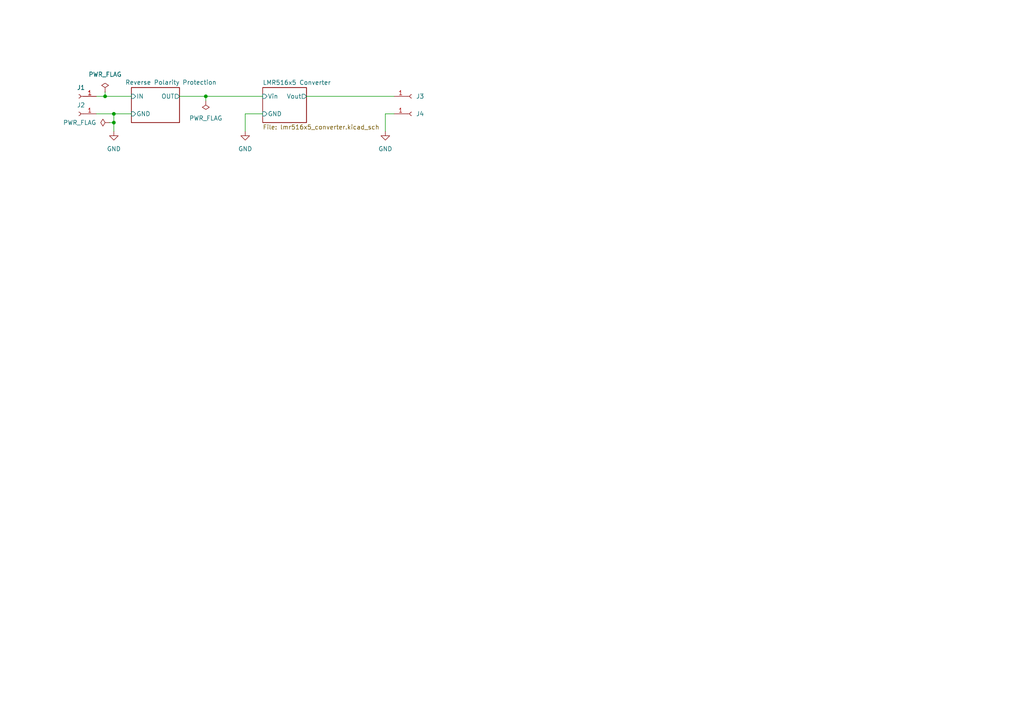
<source format=kicad_sch>
(kicad_sch (version 20231120) (generator "eeschema") (generator_version "8.0")
  (paper "A4")
  (lib_symbols
    (symbol "Connector:Conn_01x01_Socket" (pin_names (offset 1.016) hide)
      (property "Reference" "J" (at 0 2.54 0))
      (property "Value" "Conn_01x01_Socket" (at 0 -2.54 0))
      (symbol "Conn_01x01_Socket_1_1"
        (polyline (pts (xy -1.27 0) (xy -0.508 0)) (stroke (width 0.1524)))
        (arc (start 0 0.508) (mid -0.5058 0) (end 0 -0.508) (stroke (width 0.1524)))
        (pin passive line (at -5.08 0 0) (length 3.81) (name "Pin_1") (number "1"))
      )
    )
    (symbol "power:GND" (power) (pin_numbers hide) (pin_names (offset 0) hide)
      (property "Value" "GND" (at 0 -3.81 0))
      (symbol "GND_0_1"
        (polyline (pts (xy 0 0) (xy 0 -1.27) (xy 1.27 -1.27) (xy 0 -2.54) (xy -1.27 -1.27) (xy 0 -1.27)))
      )
      (symbol "GND_1_1"
        (pin power_in line (at 0 0 270) (length 0) (name "~") (number "1"))
      )
    )
    (symbol "power:PWR_FLAG" (power) (pin_numbers hide) (pin_names (offset 0) hide)
      (property "Value" "PWR_FLAG" (at 0 3.81 0))
      (symbol "PWR_FLAG_0_0"
        (pin power_out line (at 0 0 90) (length 0) (name "~") (number "1"))
      )
      (symbol "PWR_FLAG_0_1"
        (polyline (pts (xy 0 0) (xy 0 1.27) (xy -1.016 1.905) (xy 0 2.54) (xy 1.016 1.905) (xy 0 1.27)))
      )
    )
  )
  (junction (at 30.48 27.94))
  (junction (at 33.02 35.56))
  (junction (at 33.02 33.02))
  (junction (at 59.69 27.94))
  (wire (pts (xy 88.9 27.94) (xy 114.3 27.94)))
  (wire (pts (xy 59.69 27.94) (xy 59.69 29.21)))
  (wire (pts (xy 71.12 33.02) (xy 71.12 38.1)))
  (wire (pts (xy 33.02 33.02) (xy 38.1 33.02)))
  (wire (pts (xy 33.02 33.02) (xy 33.02 35.56)))
  (wire (pts (xy 27.94 27.94) (xy 30.48 27.94)))
  (wire (pts (xy 27.94 33.02) (xy 33.02 33.02)))
  (wire (pts (xy 71.12 33.02) (xy 76.2 33.02)))
  (wire (pts (xy 31.75 35.56) (xy 33.02 35.56)))
  (wire (pts (xy 111.76 33.02) (xy 114.3 33.02)))
  (wire (pts (xy 30.48 27.94) (xy 38.1 27.94)))
  (wire (pts (xy 33.02 35.56) (xy 33.02 38.1)))
  (wire (pts (xy 59.69 27.94) (xy 76.2 27.94)))
  (wire (pts (xy 30.48 26.67) (xy 30.48 27.94)))
  (wire (pts (xy 52.07 27.94) (xy 59.69 27.94)))
  (wire (pts (xy 111.76 33.02) (xy 111.76 38.1)))
  (symbol (lib_id "power:PWR_FLAG") (at 59.69 29.21 180) (unit 1)
    (property "Reference" "#FLG03" (effects (hide yes)))
    (property "Value" "PWR_FLAG" (at 59.69 34.29 0))
    (property "Description" "Special symbol for telling ERC where power comes from" (effects (hide yes)))
  )
  (symbol (lib_id "Connector:Conn_01x01_Socket") (at 119.38 27.94 0) (unit 1)
    (property "Reference" "J3" (at 120.65 27.9399 0) (effects (justify left)))
    (property "Value" "Conn_01x01_Socket" (effects (hide yes)))
    (property "Footprint" "Connector_SolderPad:EdgePad_1x1" (effects (hide yes)))
    (property "Description" "Generic connector, single row, 01x01, script generated" (effects (hide yes)))
  )
  (symbol (lib_id "Connector:Conn_01x01_Socket") (at 22.86 27.94 180) (unit 1)
    (property "Reference" "J1" (at 23.495 25.4 0))
    (property "Value" "Conn_01x01_Socket" (effects (hide yes)))
    (property "Footprint" "Connector_SolderPad:EdgePad_1x1" (effects (hide yes)))
    (property "Description" "Generic connector, single row, 01x01, script generated" (effects (hide yes)))
  )
  (symbol (lib_id "Connector:Conn_01x01_Socket") (at 22.86 33.02 180) (unit 1)
    (property "Reference" "J2" (at 23.495 30.48 0))
    (property "Value" "Conn_01x01_Socket" (effects (hide yes)))
    (property "Footprint" "Connector_SolderPad:EdgePad_1x1" (effects (hide yes)))
    (property "Description" "Generic connector, single row, 01x01, script generated" (effects (hide yes)))
  )
  (symbol (lib_id "power:PWR_FLAG") (at 31.75 35.56 90) (unit 1)
    (property "Reference" "#FLG02" (effects (hide yes)))
    (property "Value" "PWR_FLAG" (at 27.94 35.5599 90) (effects (justify left)))
    (property "Description" "Special symbol for telling ERC where power comes from" (effects (hide yes)))
  )
  (symbol (lib_id "power:GND") (at 111.76 38.1 0) (unit 1)
    (property "Reference" "#PWR03" (effects (hide yes)))
    (property "Value" "GND" (at 111.76 43.18 0))
    (property "Description" "Power symbol creates a global label with name \"GND\" , ground" (effects (hide yes)))
  )
  (symbol (lib_id "power:GND") (at 33.02 38.1 0) (unit 1)
    (property "Reference" "#PWR01" (effects (hide yes)))
    (property "Value" "GND" (at 33.02 43.18 0))
    (property "Description" "Power symbol creates a global label with name \"GND\" , ground" (effects (hide yes)))
  )
  (symbol (lib_id "power:GND") (at 71.12 38.1 0) (unit 1)
    (property "Reference" "#PWR02" (effects (hide yes)))
    (property "Value" "GND" (at 71.12 43.18 0))
    (property "Description" "Power symbol creates a global label with name \"GND\" , ground" (effects (hide yes)))
  )
  (symbol (lib_id "power:PWR_FLAG") (at 30.48 26.67 0) (unit 1)
    (property "Reference" "#FLG01" (effects (hide yes)))
    (property "Value" "PWR_FLAG" (at 30.48 21.59 0))
    (property "Description" "Special symbol for telling ERC where power comes from" (effects (hide yes)))
  )
  (symbol (lib_id "Connector:Conn_01x01_Socket") (at 119.38 33.02 0) (unit 1)
    (property "Reference" "J4" (at 120.65 33.0199 0) (effects (justify left)))
    (property "Value" "Conn_01x01_Socket" (effects (hide yes)))
    (property "Footprint" "Connector_SolderPad:EdgePad_1x1" (effects (hide yes)))
    (property "Description" "Generic connector, single row, 01x01, script generated" (effects (hide yes)))
  )
  (sheet (at 76.2 25.4) (size 12.7 10.16) (stroke (width 0.1524))
    (property "Sheetname" "LMR516x5 Converter" (at 76.2 24.6884 0) (effects (justify left bottom)))
    (property "Sheetfile" "lmr516x5_converter.kicad_sch" (at 76.2 36.1446 0) (effects (justify left top)))
    (pin "Vin" input (at 76.2 27.94 180))
    (pin "GND" input (at 76.2 33.02 180))
    (pin "Vout" output (at 88.9 27.94 0))
  )
  (sheet (at 38.1 25.4) (size 13.97 10.16) (stroke (width 0.1524))
    (property "Sheetname" "Reverse Polarity Protection" (at 36.322 24.638 0) (effects (justify left bottom)))
    (property "Sheetfile" "reverse_polarity_protection.kicad_sch" (effects (hide yes)))
    (pin "OUT" output (at 52.07 27.94 0))
    (pin "GND" input (at 38.1 33.02 180))
    (pin "IN" input (at 38.1 27.94 180))
  )
)
</source>
